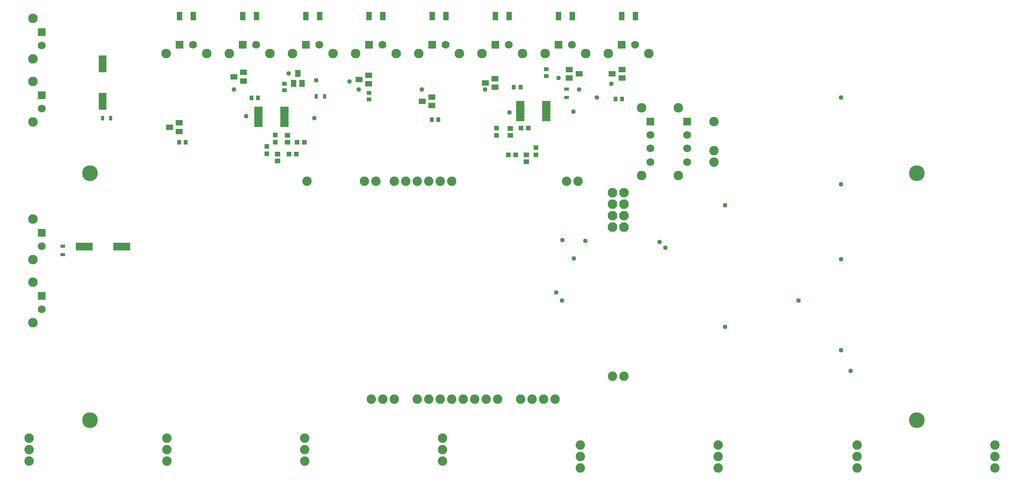
<source format=gbr>
G04 EAGLE Gerber RS-274X export*
G75*
%MOMM*%
%FSLAX34Y34*%
%LPD*%
%INSoldermask Top*%
%IPPOS*%
%AMOC8*
5,1,8,0,0,1.08239X$1,22.5*%
G01*
G04 Define Apertures*
%ADD10C,3.479800*%
%ADD11R,0.762000X1.092200*%
%ADD12R,1.092200X0.762000*%
%ADD13R,1.701800X3.810000*%
%ADD14R,3.810000X1.701800*%
%ADD15C,2.082800*%
%ADD16P,2.2544X8X112.5*%
%ADD17R,1.103200X0.853200*%
%ADD18R,1.133200X0.993200*%
%ADD19R,0.993200X1.133200*%
%ADD20R,1.183200X1.063200*%
%ADD21R,1.253200X1.973200*%
%ADD22R,0.853200X1.103200*%
%ADD23R,1.603200X1.203200*%
%ADD24R,1.203200X1.603200*%
%ADD25C,0.306600*%
%ADD26R,1.733200X1.733200*%
%ADD27C,1.733200*%
%ADD28C,2.108200*%
%ADD29C,1.016000*%
D10*
X2042160Y189230D03*
X2042160Y736600D03*
X213360Y189230D03*
X213360Y736600D03*
D11*
X713762Y906780D03*
X732304Y906780D03*
D12*
X153670Y555879D03*
X153670Y574421D03*
X1267460Y903859D03*
X1267460Y922401D03*
D13*
X241300Y978154D03*
X241300Y895096D03*
D14*
X283464Y574040D03*
X200406Y574040D03*
D11*
X240919Y858520D03*
X259461Y858520D03*
D15*
X1593850Y786130D03*
X1593850Y760730D03*
X1593850Y850900D03*
X2214880Y83820D03*
X2214880Y109220D03*
X2214880Y134620D03*
X1910080Y83820D03*
X1910080Y109220D03*
X1910080Y134620D03*
X1602740Y83820D03*
X1602740Y109220D03*
X1602740Y134620D03*
X1297940Y83820D03*
X1297940Y109220D03*
X1297940Y134620D03*
X993140Y99060D03*
X993140Y124460D03*
X993140Y149860D03*
X688340Y99060D03*
X688340Y124460D03*
X688340Y149860D03*
X383540Y99060D03*
X383540Y124460D03*
X383540Y149860D03*
X78740Y99060D03*
X78740Y124460D03*
X78740Y149860D03*
X1191260Y236220D03*
X1216660Y236220D03*
X1242060Y236220D03*
X1165860Y236220D03*
X1267460Y718820D03*
X1292860Y718820D03*
X962660Y236220D03*
X988060Y236220D03*
X1013460Y236220D03*
X1038860Y236220D03*
X1064260Y236220D03*
X1089660Y236220D03*
X1115060Y236220D03*
X937260Y236220D03*
X911860Y718820D03*
X937260Y718820D03*
X962660Y718820D03*
X988060Y718820D03*
X1013460Y718820D03*
X886460Y718820D03*
X693420Y718820D03*
X820420Y718820D03*
X845820Y718820D03*
D16*
X1394460Y617220D03*
X1369060Y617220D03*
X1394460Y642620D03*
X1369060Y642620D03*
X1394460Y668020D03*
X1369060Y668020D03*
X1394460Y693420D03*
X1369060Y693420D03*
D15*
X1369060Y287020D03*
X1394460Y287020D03*
X861060Y236220D03*
X886460Y236220D03*
X835660Y236220D03*
D17*
X1223010Y951600D03*
X1223010Y966100D03*
D18*
X1199998Y776660D03*
X1199998Y793060D03*
D19*
X1155010Y777240D03*
X1138610Y777240D03*
D20*
X1178592Y761970D03*
X1178592Y777270D03*
D19*
X1166550Y836240D03*
X1182950Y836240D03*
D18*
X1112520Y836240D03*
X1112520Y819840D03*
D20*
X1143000Y820390D03*
X1143000Y835690D03*
D21*
X1110370Y1084580D03*
X1140070Y1084580D03*
D22*
X1165490Y927100D03*
X1150990Y927100D03*
D21*
X970670Y1084580D03*
X1000370Y1084580D03*
D22*
X983880Y854710D03*
X969380Y854710D03*
D21*
X830970Y1084580D03*
X860670Y1084580D03*
D17*
X830580Y899530D03*
X830580Y914030D03*
D21*
X691270Y1084580D03*
X720970Y1084580D03*
D17*
X643380Y919850D03*
X643380Y934350D03*
D18*
X623570Y804600D03*
X623570Y821000D03*
D19*
X671250Y805180D03*
X687650Y805180D03*
D20*
X650240Y820450D03*
X650240Y805150D03*
D18*
X604520Y779200D03*
X604520Y795600D03*
D19*
X653470Y778510D03*
X669870Y778510D03*
D20*
X628650Y763240D03*
X628650Y778540D03*
D21*
X1389770Y1084580D03*
X1419470Y1084580D03*
X551570Y1084580D03*
X581270Y1084580D03*
D22*
X585100Y902970D03*
X570600Y902970D03*
D21*
X411870Y1084580D03*
X441570Y1084580D03*
D22*
X425080Y805180D03*
X410580Y805180D03*
X1375780Y900430D03*
X1390280Y900430D03*
D21*
X1250070Y1084580D03*
X1279770Y1084580D03*
D23*
X1368220Y956310D03*
X1390220Y965810D03*
X1390220Y946810D03*
X1295762Y956310D03*
X1273762Y946810D03*
X1273762Y965810D03*
X1087550Y935990D03*
X1109550Y945490D03*
X1109550Y926490D03*
X947850Y895350D03*
X969850Y904850D03*
X969850Y885850D03*
X808150Y943610D03*
X830150Y953110D03*
X830150Y934110D03*
D24*
X673100Y957150D03*
X682600Y935150D03*
X663600Y935150D03*
D23*
X531290Y949960D03*
X553290Y959460D03*
X553290Y940460D03*
X389050Y838200D03*
X411050Y847700D03*
X411050Y828700D03*
D25*
X636047Y843093D02*
X650713Y843093D01*
X650713Y840027D01*
X636047Y840027D01*
X636047Y843093D01*
X636047Y842940D02*
X650713Y842940D01*
X650713Y849593D02*
X636047Y849593D01*
X650713Y849593D02*
X650713Y846527D01*
X636047Y846527D01*
X636047Y849593D01*
X636047Y849440D02*
X650713Y849440D01*
X650713Y856093D02*
X636047Y856093D01*
X650713Y856093D02*
X650713Y853027D01*
X636047Y853027D01*
X636047Y856093D01*
X636047Y855940D02*
X650713Y855940D01*
X650713Y862593D02*
X636047Y862593D01*
X650713Y862593D02*
X650713Y859527D01*
X636047Y859527D01*
X636047Y862593D01*
X636047Y862440D02*
X650713Y862440D01*
X650713Y869093D02*
X636047Y869093D01*
X650713Y869093D02*
X650713Y866027D01*
X636047Y866027D01*
X636047Y869093D01*
X636047Y868940D02*
X650713Y868940D01*
X650713Y875593D02*
X636047Y875593D01*
X650713Y875593D02*
X650713Y872527D01*
X636047Y872527D01*
X636047Y875593D01*
X636047Y875440D02*
X650713Y875440D01*
X650713Y882093D02*
X636047Y882093D01*
X650713Y882093D02*
X650713Y879027D01*
X636047Y879027D01*
X636047Y882093D01*
X636047Y881940D02*
X650713Y881940D01*
X593313Y882093D02*
X578647Y882093D01*
X593313Y882093D02*
X593313Y879027D01*
X578647Y879027D01*
X578647Y882093D01*
X578647Y881940D02*
X593313Y881940D01*
X593313Y875593D02*
X578647Y875593D01*
X593313Y875593D02*
X593313Y872527D01*
X578647Y872527D01*
X578647Y875593D01*
X578647Y875440D02*
X593313Y875440D01*
X593313Y869093D02*
X578647Y869093D01*
X593313Y869093D02*
X593313Y866027D01*
X578647Y866027D01*
X578647Y869093D01*
X578647Y868940D02*
X593313Y868940D01*
X593313Y862593D02*
X578647Y862593D01*
X593313Y862593D02*
X593313Y859527D01*
X578647Y859527D01*
X578647Y862593D01*
X578647Y862440D02*
X593313Y862440D01*
X593313Y856093D02*
X578647Y856093D01*
X593313Y856093D02*
X593313Y853027D01*
X578647Y853027D01*
X578647Y856093D01*
X578647Y855940D02*
X593313Y855940D01*
X593313Y849593D02*
X578647Y849593D01*
X593313Y849593D02*
X593313Y846527D01*
X578647Y846527D01*
X578647Y849593D01*
X578647Y849440D02*
X593313Y849440D01*
X593313Y843093D02*
X578647Y843093D01*
X593313Y843093D02*
X593313Y840027D01*
X578647Y840027D01*
X578647Y843093D01*
X578647Y842940D02*
X593313Y842940D01*
X1215167Y855793D02*
X1229833Y855793D01*
X1229833Y852727D01*
X1215167Y852727D01*
X1215167Y855793D01*
X1215167Y855640D02*
X1229833Y855640D01*
X1229833Y862293D02*
X1215167Y862293D01*
X1229833Y862293D02*
X1229833Y859227D01*
X1215167Y859227D01*
X1215167Y862293D01*
X1215167Y862140D02*
X1229833Y862140D01*
X1229833Y868793D02*
X1215167Y868793D01*
X1229833Y868793D02*
X1229833Y865727D01*
X1215167Y865727D01*
X1215167Y868793D01*
X1215167Y868640D02*
X1229833Y868640D01*
X1229833Y875293D02*
X1215167Y875293D01*
X1229833Y875293D02*
X1229833Y872227D01*
X1215167Y872227D01*
X1215167Y875293D01*
X1215167Y875140D02*
X1229833Y875140D01*
X1229833Y881793D02*
X1215167Y881793D01*
X1229833Y881793D02*
X1229833Y878727D01*
X1215167Y878727D01*
X1215167Y881793D01*
X1215167Y881640D02*
X1229833Y881640D01*
X1229833Y888293D02*
X1215167Y888293D01*
X1229833Y888293D02*
X1229833Y885227D01*
X1215167Y885227D01*
X1215167Y888293D01*
X1215167Y888140D02*
X1229833Y888140D01*
X1229833Y894793D02*
X1215167Y894793D01*
X1229833Y894793D02*
X1229833Y891727D01*
X1215167Y891727D01*
X1215167Y894793D01*
X1215167Y894640D02*
X1229833Y894640D01*
X1172433Y894793D02*
X1157767Y894793D01*
X1172433Y894793D02*
X1172433Y891727D01*
X1157767Y891727D01*
X1157767Y894793D01*
X1157767Y894640D02*
X1172433Y894640D01*
X1172433Y888293D02*
X1157767Y888293D01*
X1172433Y888293D02*
X1172433Y885227D01*
X1157767Y885227D01*
X1157767Y888293D01*
X1157767Y888140D02*
X1172433Y888140D01*
X1172433Y881793D02*
X1157767Y881793D01*
X1172433Y881793D02*
X1172433Y878727D01*
X1157767Y878727D01*
X1157767Y881793D01*
X1157767Y881640D02*
X1172433Y881640D01*
X1172433Y875293D02*
X1157767Y875293D01*
X1172433Y875293D02*
X1172433Y872227D01*
X1157767Y872227D01*
X1157767Y875293D01*
X1157767Y875140D02*
X1172433Y875140D01*
X1172433Y868793D02*
X1157767Y868793D01*
X1172433Y868793D02*
X1172433Y865727D01*
X1157767Y865727D01*
X1157767Y868793D01*
X1157767Y868640D02*
X1172433Y868640D01*
X1172433Y862293D02*
X1157767Y862293D01*
X1172433Y862293D02*
X1172433Y859227D01*
X1157767Y859227D01*
X1157767Y862293D01*
X1157767Y862140D02*
X1172433Y862140D01*
X1172433Y855793D02*
X1157767Y855793D01*
X1172433Y855793D02*
X1172433Y852727D01*
X1157767Y852727D01*
X1157767Y855793D01*
X1157767Y855640D02*
X1172433Y855640D01*
D26*
X106680Y909320D03*
D27*
X106680Y879320D03*
D28*
X87080Y939320D03*
X87080Y849320D03*
D26*
X106680Y604520D03*
D27*
X106680Y574520D03*
D28*
X87080Y634520D03*
X87080Y544520D03*
D26*
X1534160Y850900D03*
D27*
X1534160Y820900D03*
X1534160Y790900D03*
X1534160Y760900D03*
D28*
X1514560Y880900D03*
X1514560Y730900D03*
D26*
X1452880Y850900D03*
D27*
X1452880Y820900D03*
X1452880Y790900D03*
X1452880Y760900D03*
D28*
X1433280Y880900D03*
X1433280Y730900D03*
D26*
X1389380Y1021080D03*
D27*
X1419380Y1021080D03*
D28*
X1359380Y1001480D03*
X1449380Y1001480D03*
D26*
X1249680Y1021080D03*
D27*
X1279680Y1021080D03*
D28*
X1219680Y1001480D03*
X1309680Y1001480D03*
D26*
X1109980Y1021080D03*
D27*
X1139980Y1021080D03*
D28*
X1079980Y1001480D03*
X1169980Y1001480D03*
D26*
X970280Y1021080D03*
D27*
X1000280Y1021080D03*
D28*
X940280Y1001480D03*
X1030280Y1001480D03*
D26*
X830580Y1021080D03*
D27*
X860580Y1021080D03*
D28*
X800580Y1001480D03*
X890580Y1001480D03*
D26*
X690880Y1021080D03*
D27*
X720880Y1021080D03*
D28*
X660880Y1001480D03*
X750880Y1001480D03*
D26*
X551180Y1021080D03*
D27*
X581180Y1021080D03*
D28*
X521180Y1001480D03*
X611180Y1001480D03*
D26*
X411480Y1021080D03*
D27*
X441480Y1021080D03*
D28*
X381480Y1001480D03*
X471480Y1001480D03*
D26*
X106680Y464820D03*
D27*
X106680Y434820D03*
D28*
X87080Y494820D03*
X87080Y404820D03*
D26*
X106680Y1049020D03*
D27*
X106680Y1019020D03*
D28*
X87080Y1079020D03*
X87080Y989020D03*
D29*
X1896110Y298200D03*
X1780540Y454660D03*
X1473200Y584200D03*
X1244600Y472440D03*
X1485900Y571500D03*
X1257300Y454660D03*
X1617980Y665480D03*
X1617980Y395630D03*
X1258570Y588010D03*
X1283215Y547370D03*
X1309370Y586740D03*
X1874520Y546100D03*
X1874520Y344420D03*
X1874520Y904240D03*
X1874520Y711450D03*
X713740Y942340D03*
X1334770Y904240D03*
X1295400Y922020D03*
X1087120Y922020D03*
X532130Y922020D03*
X947420Y922020D03*
X652780Y957580D03*
X807720Y922020D03*
X1366520Y934720D03*
X1249680Y946810D03*
X1282700Y872490D03*
X1141730Y870954D03*
X787400Y939800D03*
X709930Y858520D03*
X558800Y862584D03*
M02*

</source>
